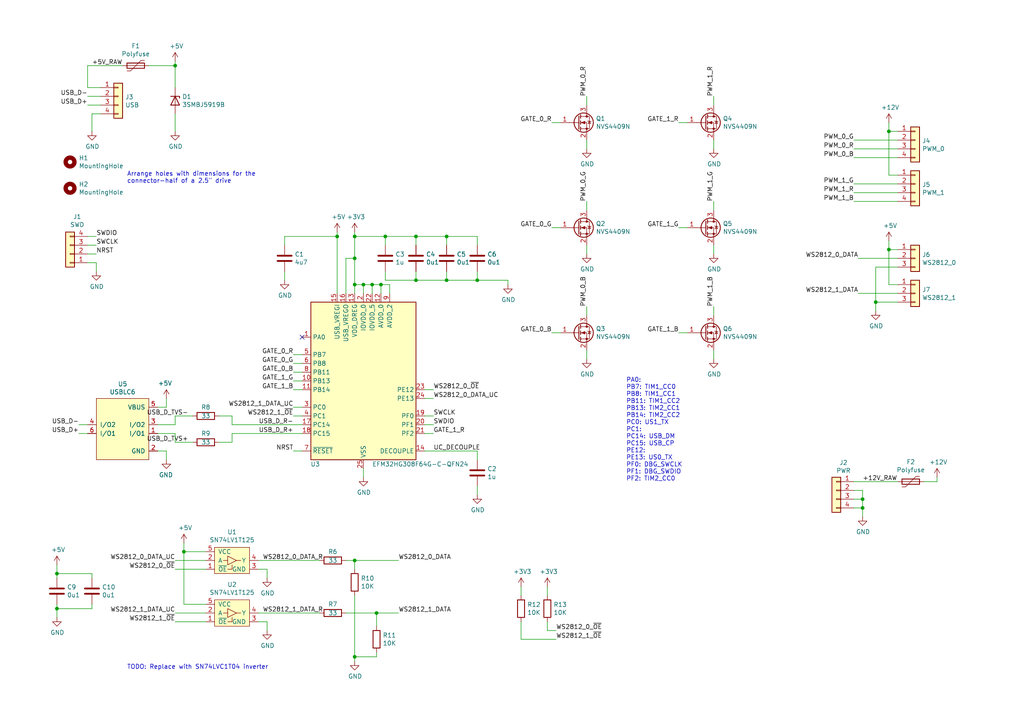
<source format=kicad_sch>
(kicad_sch (version 20211123) (generator eeschema)
  (paper "A4")
  (lib_symbols
    (symbol "Connector_Generic:Conn_01x03" (pin_names (offset 1.016) hide)
      (property "Reference" "J" (at 0 5.08 0))
      (property "Value" "Conn_01x03" (at 0 -5.08 0))
      (symbol "Conn_01x03_1_1"
        (rectangle (start -1.27 -2.413) (end 0 -2.667) (stroke (width 0.1524)))
        (rectangle (start -1.27 0.127) (end 0 -0.127) (stroke (width 0.1524)))
        (rectangle (start -1.27 2.667) (end 0 2.413) (stroke (width 0.1524)))
        (rectangle (start -1.27 3.81) (end 1.27 -3.81) (stroke (width 0.254)) (fill (type background)))
        (pin passive line (at -5.08 2.54 0) (length 3.81) (name "Pin_1") (number "1"))
        (pin passive line (at -5.08 0 0) (length 3.81) (name "Pin_2") (number "2"))
        (pin passive line (at -5.08 -2.54 0) (length 3.81) (name "Pin_3") (number "3"))
      )
    )
    (symbol "Connector_Generic:Conn_01x04" (pin_names (offset 1.016) hide)
      (property "Reference" "J" (at 0 5.08 0))
      (property "Value" "Conn_01x04" (at 0 -7.62 0))
      (symbol "Conn_01x04_1_1"
        (rectangle (start -1.27 -4.953) (end 0 -5.207) (stroke (width 0.1524)))
        (rectangle (start -1.27 -2.413) (end 0 -2.667) (stroke (width 0.1524)))
        (rectangle (start -1.27 0.127) (end 0 -0.127) (stroke (width 0.1524)))
        (rectangle (start -1.27 2.667) (end 0 2.413) (stroke (width 0.1524)))
        (rectangle (start -1.27 3.81) (end 1.27 -6.35) (stroke (width 0.254)) (fill (type background)))
        (pin passive line (at -5.08 2.54 0) (length 3.81) (name "Pin_1") (number "1"))
        (pin passive line (at -5.08 0 0) (length 3.81) (name "Pin_2") (number "2"))
        (pin passive line (at -5.08 -2.54 0) (length 3.81) (name "Pin_3") (number "3"))
        (pin passive line (at -5.08 -5.08 0) (length 3.81) (name "Pin_4") (number "4"))
      )
    )
    (symbol "Device:C" (pin_numbers hide) (pin_names (offset 0.254))
      (property "Reference" "C" (at 0.635 2.54 0))
      (property "Value" "C" (at 0.635 -2.54 0))
      (symbol "C_0_1"
        (polyline (pts (xy -2.032 -0.762) (xy 2.032 -0.762)) (stroke (width 0.508)))
        (polyline (pts (xy -2.032 0.762) (xy 2.032 0.762)) (stroke (width 0.508)))
      )
      (symbol "C_1_1"
        (pin passive line (at 0 3.81 270) (length 2.794) (name "~") (number "1"))
        (pin passive line (at 0 -3.81 90) (length 2.794) (name "~") (number "2"))
      )
    )
    (symbol "Device:D_Zener" (pin_numbers hide) (pin_names (offset 1.016) hide)
      (property "Reference" "D" (at 0 2.54 0))
      (property "Value" "D_Zener" (at 0 -2.54 0))
      (symbol "D_Zener_0_1"
        (polyline (pts (xy 1.27 0) (xy -1.27 0)))
        (polyline (pts (xy -1.27 -1.27) (xy -1.27 1.27) (xy -0.762 1.27)) (stroke (width 0.254)))
        (polyline (pts (xy 1.27 -1.27) (xy 1.27 1.27) (xy -1.27 0) (xy 1.27 -1.27)) (stroke (width 0.254)))
      )
      (symbol "D_Zener_1_1"
        (pin passive line (at -3.81 0 0) (length 2.54) (name "K") (number "1"))
        (pin passive line (at 3.81 0 180) (length 2.54) (name "A") (number "2"))
      )
    )
    (symbol "Device:Polyfuse" (pin_numbers hide) (pin_names (offset 0))
      (property "Reference" "F" (at -2.54 0 90))
      (property "Value" "Polyfuse" (at 2.54 0 90))
      (symbol "Polyfuse_0_1"
        (rectangle (start -0.762 2.54) (end 0.762 -2.54) (stroke (width 0.254)))
        (polyline (pts (xy 0 2.54) (xy 0 -2.54)))
        (polyline (pts (xy -1.524 2.54) (xy -1.524 1.524) (xy 1.524 -1.524) (xy 1.524 -2.54)))
      )
      (symbol "Polyfuse_1_1"
        (pin passive line (at 0 3.81 270) (length 1.27) (name "~") (number "1"))
        (pin passive line (at 0 -3.81 90) (length 1.27) (name "~") (number "2"))
      )
    )
    (symbol "Device:Q_NMOS_GSD" (pin_names (offset 0) hide)
      (property "Reference" "Q" (at 5.08 1.27 0))
      (property "Value" "Q_NMOS_GSD" (at 5.08 -1.27 0))
      (symbol "Q_NMOS_GSD_0_1"
        (polyline (pts (xy 0.254 0) (xy -2.54 0)))
        (polyline (pts (xy 0.254 1.905) (xy 0.254 -1.905)) (stroke (width 0.254)))
        (polyline (pts (xy 0.762 -1.27) (xy 0.762 -2.286)) (stroke (width 0.254)))
        (polyline (pts (xy 0.762 0.508) (xy 0.762 -0.508)) (stroke (width 0.254)))
        (polyline (pts (xy 0.762 2.286) (xy 0.762 1.27)) (stroke (width 0.254)))
        (polyline (pts (xy 2.54 2.54) (xy 2.54 1.778)))
        (polyline (pts (xy 2.54 -2.54) (xy 2.54 0) (xy 0.762 0)))
        (polyline (pts (xy 0.762 -1.778) (xy 3.302 -1.778) (xy 3.302 1.778) (xy 0.762 1.778)))
        (polyline (pts (xy 1.016 0) (xy 2.032 0.381) (xy 2.032 -0.381) (xy 1.016 0)) (fill (type outline)))
        (polyline (pts (xy 2.794 0.508) (xy 2.921 0.381) (xy 3.683 0.381) (xy 3.81 0.254)))
        (polyline (pts (xy 3.302 0.381) (xy 2.921 -0.254) (xy 3.683 -0.254) (xy 3.302 0.381)))
        (circle (center 1.651 0) (radius 2.794) (stroke (width 0.254)))
        (circle (center 2.54 -1.778) (radius 0.254) (fill (type outline)))
        (circle (center 2.54 1.778) (radius 0.254) (fill (type outline)))
      )
      (symbol "Q_NMOS_GSD_1_1"
        (pin input line (at -5.08 0 0) (length 2.54) (name "G") (number "1"))
        (pin passive line (at 2.54 -5.08 90) (length 2.54) (name "S") (number "2"))
        (pin passive line (at 2.54 5.08 270) (length 2.54) (name "D") (number "3"))
      )
    )
    (symbol "Device:R" (pin_numbers hide) (pin_names (offset 0))
      (property "Reference" "R" (at 2.032 0 90))
      (property "Value" "R" (at 0 0 90))
      (symbol "R_0_1"
        (rectangle (start -1.016 -2.54) (end 1.016 2.54) (stroke (width 0.254)))
      )
      (symbol "R_1_1"
        (pin passive line (at 0 3.81 270) (length 1.27) (name "~") (number "1"))
        (pin passive line (at 0 -3.81 90) (length 1.27) (name "~") (number "2"))
      )
    )
    (symbol "MCU_SiliconLabs:EFM32HG308F64G-C-QFN24"
      (property "Reference" "U" (at -12.7 24.13 0))
      (property "Value" "EFM32HG308F64G-C-QFN24" (at 25.4 24.13 0))
      (symbol "EFM32HG308F64G-C-QFN24_0_1"
        (rectangle (start -15.24 22.86) (end 15.24 -22.86) (stroke (width 0.254)) (fill (type background)))
      )
      (symbol "EFM32HG308F64G-C-QFN24_1_1"
        (pin bidirectional line (at -17.78 12.7 0) (length 2.54) (name "PA0") (number "1"))
        (pin bidirectional line (at -17.78 0 0) (length 2.54) (name "PB13") (number "10"))
        (pin bidirectional line (at -17.78 -2.54 0) (length 2.54) (name "PB14") (number "11"))
        (pin power_in line (at 5.08 25.4 270) (length 2.54) (name "AVDD_0") (number "12"))
        (pin power_in line (at -2.54 25.4 270) (length 2.54) (name "VDD_DREG") (number "13"))
        (pin passive line (at 17.78 -20.32 180) (length 2.54) (name "DECOUPLE") (number "14"))
        (pin power_in line (at -7.62 25.4 270) (length 2.54) (name "USB_VREGI") (number "15"))
        (pin power_out line (at -5.08 25.4 270) (length 2.54) (name "USB_VREGO") (number "16"))
        (pin bidirectional line (at -17.78 -12.7 0) (length 2.54) (name "PC14") (number "17"))
        (pin bidirectional line (at -17.78 -15.24 0) (length 2.54) (name "PC15") (number "18"))
        (pin bidirectional line (at 17.78 -10.16 180) (length 2.54) (name "PF0") (number "19"))
        (pin power_in line (at 0 25.4 270) (length 2.54) (name "IOVDD_0") (number "2"))
        (pin bidirectional line (at 17.78 -12.7 180) (length 2.54) (name "PF1") (number "20"))
        (pin bidirectional line (at 17.78 -15.24 180) (length 2.54) (name "PF2") (number "21"))
        (pin power_in line (at 2.54 25.4 270) (length 2.54) (name "IOVDD_5") (number "22"))
        (pin bidirectional line (at 17.78 -2.54 180) (length 2.54) (name "PE12") (number "23"))
        (pin bidirectional line (at 17.78 -5.08 180) (length 2.54) (name "PE13") (number "24"))
        (pin power_in line (at 0 -25.4 90) (length 2.54) (name "VSS") (number "25"))
        (pin bidirectional line (at -17.78 -7.62 0) (length 2.54) (name "PC0") (number "3"))
        (pin bidirectional line (at -17.78 -10.16 0) (length 2.54) (name "PC1") (number "4"))
        (pin bidirectional line (at -17.78 7.62 0) (length 2.54) (name "PB7") (number "5"))
        (pin bidirectional line (at -17.78 5.08 0) (length 2.54) (name "PB8") (number "6"))
        (pin input line (at -17.78 -20.32 0) (length 2.54) (name "~{RESET}") (number "7"))
        (pin bidirectional line (at -17.78 2.54 0) (length 2.54) (name "PB11") (number "8"))
        (pin power_in line (at 7.62 25.4 270) (length 2.54) (name "AVDD_2") (number "9"))
      )
    )
    (symbol "Mechanical:MountingHole" (pin_names (offset 1.016))
      (property "Reference" "H" (at 0 5.08 0))
      (property "Value" "MountingHole" (at 0 3.175 0))
      (symbol "MountingHole_0_1"
        (circle (center 0 0) (radius 1.27) (stroke (width 1.27)))
      )
    )
    (symbol "power:+12V" (power) (pin_names (offset 0))
      (property "Value" "+12V" (at 0 3.556 0))
      (symbol "+12V_0_1"
        (polyline (pts (xy -0.762 1.27) (xy 0 2.54)))
        (polyline (pts (xy 0 0) (xy 0 2.54)))
        (polyline (pts (xy 0 2.54) (xy 0.762 1.27)))
      )
      (symbol "+12V_1_1"
        (pin power_in line (at 0 0 90) (length 0) hide (name "+12V") (number "1"))
      )
    )
    (symbol "power:+3.3V" (power) (pin_names (offset 0))
      (property "Value" "+3.3V" (at 0 3.556 0))
      (symbol "+3.3V_0_1"
        (polyline (pts (xy -0.762 1.27) (xy 0 2.54)))
        (polyline (pts (xy 0 0) (xy 0 2.54)))
        (polyline (pts (xy 0 2.54) (xy 0.762 1.27)))
      )
      (symbol "+3.3V_1_1"
        (pin power_in line (at 0 0 90) (length 0) hide (name "+3V3") (number "1"))
      )
    )
    (symbol "power:+5V" (power) (pin_names (offset 0))
      (property "Value" "+5V" (at 0 3.556 0))
      (symbol "+5V_0_1"
        (polyline (pts (xy -0.762 1.27) (xy 0 2.54)))
        (polyline (pts (xy 0 0) (xy 0 2.54)))
        (polyline (pts (xy 0 2.54) (xy 0.762 1.27)))
      )
      (symbol "+5V_1_1"
        (pin power_in line (at 0 0 90) (length 0) hide (name "+5V") (number "1"))
      )
    )
    (symbol "power:GND" (power) (pin_names (offset 0))
      (property "Value" "GND" (at 0 -3.81 0))
      (symbol "GND_0_1"
        (polyline (pts (xy 0 0) (xy 0 -1.27) (xy 1.27 -1.27) (xy 0 -2.54) (xy -1.27 -1.27) (xy 0 -1.27)))
      )
      (symbol "GND_1_1"
        (pin power_in line (at 0 0 270) (length 0) hide (name "GND") (number "1"))
      )
    )
    (symbol "usb-led-controller:SN74LV1T125" (pin_names (offset 1.016))
      (property "Reference" "U" (at 0 -5.08 0))
      (property "Value" "SN74LV1T125" (at 0 5.08 0))
      (symbol "SN74LV1T125_0_1"
        (rectangle (start -5.08 3.81) (end 5.08 -3.81) (fill (type background)))
        (polyline (pts (xy -2.54 0) (xy -1.27 0)))
        (polyline (pts (xy 1.27 0) (xy 2.54 0)))
        (polyline (pts (xy -1.27 -2.54) (xy 0 -2.54) (xy 0 -1.27)))
        (polyline (pts (xy -1.27 1.27) (xy -1.27 -1.27) (xy 1.27 0) (xy -1.27 1.27)))
      )
      (symbol "SN74LV1T125_1_1"
        (pin input line (at -7.62 -2.54 0) (length 2.54) (name "~{OE}") (number "1"))
        (pin input line (at -7.62 0 0) (length 2.54) (name "A") (number "2"))
        (pin passive line (at 7.62 -2.54 180) (length 2.54) (name "GND") (number "3"))
        (pin output line (at 7.62 0 180) (length 2.54) (name "Y") (number "4"))
        (pin power_in line (at -7.62 2.54 0) (length 2.54) (name "VCC") (number "5"))
      )
    )
    (symbol "usb-led-controller:USBLC6" (pin_names (offset 1.016))
      (property "Reference" "U" (at 0 -10.16 0))
      (property "Value" "USBLC6" (at 0 10.16 0))
      (symbol "USBLC6_0_1"
        (rectangle (start -7.62 8.89) (end 7.62 -8.89) (fill (type background)))
      )
      (symbol "USBLC6_1_1"
        (pin passive line (at -10.16 -1.27 0) (length 2.54) (name "I/O1") (number "1"))
        (pin passive line (at -10.16 -6.35 0) (length 2.54) (name "GND") (number "2"))
        (pin passive line (at -10.16 1.27 0) (length 2.54) (name "I/O2") (number "3"))
        (pin passive line (at 10.16 1.27 180) (length 2.54) (name "I/O2") (number "4"))
        (pin passive line (at -10.16 6.35 0) (length 2.54) (name "VBUS") (number "5"))
        (pin passive line (at 10.16 -1.27 180) (length 2.54) (name "I/O1") (number "6"))
      )
    )
  )
  (junction (at 129.54 68.58))
  (junction (at 102.87 190.5))
  (junction (at 120.65 68.58))
  (junction (at 110.49 82.55))
  (junction (at 254 87.63))
  (junction (at 257.81 72.39))
  (junction (at 129.54 81.28))
  (junction (at 102.87 162.56))
  (junction (at 105.41 82.55))
  (junction (at 102.87 74.93))
  (junction (at 111.76 68.58))
  (junction (at 97.79 68.58))
  (junction (at 53.34 160.02))
  (junction (at 102.87 82.55))
  (junction (at 107.95 82.55))
  (junction (at 50.8 19.05))
  (junction (at 138.43 81.28))
  (junction (at 16.51 176.53))
  (junction (at 102.87 68.58))
  (junction (at 250.19 144.78))
  (junction (at 120.65 81.28))
  (junction (at 257.81 38.1))
  (junction (at 109.22 177.8))
  (junction (at 250.19 147.32))
  (junction (at 16.51 166.37))
  (no_connect (at 87.63 97.79))
  (wire (pts (xy 107.95 82.55) (xy 107.95 85.09)))
  (wire (pts (xy 105.41 82.55) (xy 102.87 82.55)))
  (wire (pts (xy 16.51 166.37) (xy 16.51 167.64)))
  (wire (pts (xy 102.87 68.58) (xy 102.87 74.93)))
  (wire (pts (xy 50.8 165.1) (xy 59.69 165.1)))
  (wire (pts (xy 207.01 27.94) (xy 207.01 30.48)))
  (wire (pts (xy 260.35 87.63) (xy 254 87.63)))
  (wire (pts (xy 27.94 73.66) (xy 25.4 73.66)))
  (wire (pts (xy 138.43 71.12) (xy 138.43 68.58)))
  (wire (pts (xy 113.03 82.55) (xy 110.49 82.55)))
  (wire (pts (xy 207.01 40.64) (xy 207.01 43.18)))
  (wire (pts (xy 207.01 88.9) (xy 207.01 91.44)))
  (wire (pts (xy 250.19 147.32) (xy 250.19 144.78)))
  (wire (pts (xy 247.65 40.64) (xy 260.35 40.64)))
  (wire (pts (xy 50.8 125.73) (xy 45.72 125.73)))
  (wire (pts (xy 138.43 133.35) (xy 138.43 130.81)))
  (wire (pts (xy 248.92 74.93) (xy 260.35 74.93)))
  (wire (pts (xy 27.94 78.74) (xy 27.94 76.2)))
  (wire (pts (xy 138.43 130.81) (xy 123.19 130.81)))
  (wire (pts (xy 26.67 33.02) (xy 29.21 33.02)))
  (wire (pts (xy 16.51 166.37) (xy 26.67 166.37)))
  (wire (pts (xy 271.78 139.7) (xy 271.78 138.43)))
  (wire (pts (xy 50.8 162.56) (xy 59.69 162.56)))
  (wire (pts (xy 50.8 19.05) (xy 50.8 25.4)))
  (wire (pts (xy 25.4 30.48) (xy 29.21 30.48)))
  (wire (pts (xy 120.65 78.74) (xy 120.65 81.28)))
  (wire (pts (xy 129.54 71.12) (xy 129.54 68.58)))
  (wire (pts (xy 16.51 163.83) (xy 16.51 166.37)))
  (wire (pts (xy 53.34 160.02) (xy 59.69 160.02)))
  (wire (pts (xy 67.31 128.27) (xy 63.5 128.27)))
  (wire (pts (xy 196.85 66.04) (xy 199.39 66.04)))
  (wire (pts (xy 105.41 82.55) (xy 107.95 82.55)))
  (wire (pts (xy 111.76 81.28) (xy 111.76 78.74)))
  (wire (pts (xy 110.49 82.55) (xy 107.95 82.55)))
  (wire (pts (xy 170.18 88.9) (xy 170.18 91.44)))
  (wire (pts (xy 27.94 68.58) (xy 25.4 68.58)))
  (wire (pts (xy 248.92 85.09) (xy 260.35 85.09)))
  (wire (pts (xy 67.31 120.65) (xy 67.31 123.19)))
  (wire (pts (xy 74.93 177.8) (xy 92.71 177.8)))
  (wire (pts (xy 102.87 68.58) (xy 111.76 68.58)))
  (wire (pts (xy 25.4 125.73) (xy 22.86 125.73)))
  (wire (pts (xy 247.65 55.88) (xy 260.35 55.88)))
  (wire (pts (xy 50.8 180.34) (xy 59.69 180.34)))
  (wire (pts (xy 129.54 68.58) (xy 138.43 68.58)))
  (wire (pts (xy 26.67 166.37) (xy 26.67 167.64)))
  (wire (pts (xy 125.73 120.65) (xy 123.19 120.65)))
  (wire (pts (xy 97.79 67.31) (xy 97.79 68.58)))
  (wire (pts (xy 110.49 85.09) (xy 110.49 82.55)))
  (wire (pts (xy 102.87 162.56) (xy 100.33 162.56)))
  (wire (pts (xy 109.22 189.23) (xy 109.22 190.5)))
  (wire (pts (xy 250.19 142.24) (xy 247.65 142.24)))
  (wire (pts (xy 260.35 139.7) (xy 247.65 139.7)))
  (wire (pts (xy 196.85 96.52) (xy 199.39 96.52)))
  (wire (pts (xy 250.19 147.32) (xy 250.19 149.86)))
  (wire (pts (xy 87.63 110.49) (xy 85.09 110.49)))
  (wire (pts (xy 55.88 120.65) (xy 50.8 120.65)))
  (wire (pts (xy 196.85 35.56) (xy 199.39 35.56)))
  (wire (pts (xy 260.35 82.55) (xy 257.81 82.55)))
  (wire (pts (xy 97.79 68.58) (xy 97.79 85.09)))
  (wire (pts (xy 45.72 123.19) (xy 50.8 123.19)))
  (wire (pts (xy 257.81 38.1) (xy 260.35 38.1)))
  (wire (pts (xy 257.81 72.39) (xy 257.81 82.55)))
  (wire (pts (xy 115.57 162.56) (xy 102.87 162.56)))
  (wire (pts (xy 247.65 144.78) (xy 250.19 144.78)))
  (wire (pts (xy 109.22 181.61) (xy 109.22 177.8)))
  (wire (pts (xy 82.55 81.28) (xy 82.55 78.74)))
  (wire (pts (xy 123.19 123.19) (xy 125.73 123.19)))
  (wire (pts (xy 207.01 71.12) (xy 207.01 73.66)))
  (wire (pts (xy 105.41 138.43) (xy 105.41 135.89)))
  (wire (pts (xy 82.55 68.58) (xy 82.55 71.12)))
  (wire (pts (xy 16.51 176.53) (xy 26.67 176.53)))
  (wire (pts (xy 207.01 101.6) (xy 207.01 104.14)))
  (wire (pts (xy 50.8 17.78) (xy 50.8 19.05)))
  (wire (pts (xy 257.81 50.8) (xy 257.81 38.1)))
  (wire (pts (xy 26.67 38.1) (xy 26.67 33.02)))
  (wire (pts (xy 151.13 185.42) (xy 151.13 180.34)))
  (wire (pts (xy 247.65 147.32) (xy 250.19 147.32)))
  (wire (pts (xy 102.87 85.09) (xy 102.87 82.55)))
  (wire (pts (xy 87.63 118.11) (xy 85.09 118.11)))
  (wire (pts (xy 170.18 58.42) (xy 170.18 60.96)))
  (wire (pts (xy 257.81 69.85) (xy 257.81 72.39)))
  (wire (pts (xy 160.02 66.04) (xy 162.56 66.04)))
  (wire (pts (xy 50.8 177.8) (xy 59.69 177.8)))
  (wire (pts (xy 170.18 40.64) (xy 170.18 43.18)))
  (wire (pts (xy 67.31 125.73) (xy 67.31 128.27)))
  (wire (pts (xy 161.29 182.88) (xy 158.75 182.88)))
  (wire (pts (xy 257.81 72.39) (xy 260.35 72.39)))
  (wire (pts (xy 250.19 144.78) (xy 250.19 142.24)))
  (wire (pts (xy 77.47 167.64) (xy 77.47 165.1)))
  (wire (pts (xy 260.35 53.34) (xy 247.65 53.34)))
  (wire (pts (xy 77.47 180.34) (xy 74.93 180.34)))
  (wire (pts (xy 129.54 78.74) (xy 129.54 81.28)))
  (wire (pts (xy 111.76 68.58) (xy 120.65 68.58)))
  (wire (pts (xy 254 90.17) (xy 254 87.63)))
  (wire (pts (xy 111.76 68.58) (xy 111.76 71.12)))
  (wire (pts (xy 158.75 182.88) (xy 158.75 180.34)))
  (wire (pts (xy 25.4 25.4) (xy 29.21 25.4)))
  (wire (pts (xy 25.4 27.94) (xy 29.21 27.94)))
  (wire (pts (xy 102.87 165.1) (xy 102.87 162.56)))
  (wire (pts (xy 85.09 102.87) (xy 87.63 102.87)))
  (wire (pts (xy 102.87 190.5) (xy 102.87 172.72)))
  (wire (pts (xy 74.93 162.56) (xy 92.71 162.56)))
  (wire (pts (xy 48.26 130.81) (xy 45.72 130.81)))
  (wire (pts (xy 85.09 113.03) (xy 87.63 113.03)))
  (wire (pts (xy 100.33 85.09) (xy 100.33 74.93)))
  (wire (pts (xy 260.35 43.18) (xy 247.65 43.18)))
  (wire (pts (xy 25.4 71.12) (xy 27.94 71.12)))
  (wire (pts (xy 120.65 71.12) (xy 120.65 68.58)))
  (wire (pts (xy 170.18 71.12) (xy 170.18 73.66)))
  (wire (pts (xy 50.8 33.02) (xy 50.8 38.1)))
  (wire (pts (xy 109.22 177.8) (xy 100.33 177.8)))
  (wire (pts (xy 254 87.63) (xy 254 77.47)))
  (wire (pts (xy 113.03 82.55) (xy 113.03 85.09)))
  (wire (pts (xy 16.51 176.53) (xy 16.51 179.07)))
  (wire (pts (xy 170.18 101.6) (xy 170.18 104.14)))
  (wire (pts (xy 102.87 191.77) (xy 102.87 190.5)))
  (wire (pts (xy 87.63 105.41) (xy 85.09 105.41)))
  (wire (pts (xy 151.13 172.72) (xy 151.13 170.18)))
  (wire (pts (xy 97.79 68.58) (xy 82.55 68.58)))
  (wire (pts (xy 115.57 177.8) (xy 109.22 177.8)))
  (wire (pts (xy 102.87 74.93) (xy 102.87 82.55)))
  (wire (pts (xy 260.35 50.8) (xy 257.81 50.8)))
  (wire (pts (xy 55.88 128.27) (xy 50.8 128.27)))
  (wire (pts (xy 207.01 58.42) (xy 207.01 60.96)))
  (wire (pts (xy 125.73 125.73) (xy 123.19 125.73)))
  (wire (pts (xy 120.65 81.28) (xy 111.76 81.28)))
  (wire (pts (xy 147.32 82.55) (xy 147.32 81.28)))
  (wire (pts (xy 48.26 133.35) (xy 48.26 130.81)))
  (wire (pts (xy 160.02 35.56) (xy 162.56 35.56)))
  (wire (pts (xy 85.09 130.81) (xy 87.63 130.81)))
  (wire (pts (xy 170.18 27.94) (xy 170.18 30.48)))
  (wire (pts (xy 147.32 81.28) (xy 138.43 81.28)))
  (wire (pts (xy 138.43 78.74) (xy 138.43 81.28)))
  (wire (pts (xy 50.8 128.27) (xy 50.8 125.73)))
  (wire (pts (xy 247.65 45.72) (xy 260.35 45.72)))
  (wire (pts (xy 257.81 35.56) (xy 257.81 38.1)))
  (wire (pts (xy 48.26 118.11) (xy 45.72 118.11)))
  (wire (pts (xy 109.22 190.5) (xy 102.87 190.5)))
  (wire (pts (xy 158.75 170.18) (xy 158.75 172.72)))
  (wire (pts (xy 100.33 74.93) (xy 102.87 74.93)))
  (wire (pts (xy 160.02 96.52) (xy 162.56 96.52)))
  (wire (pts (xy 87.63 120.65) (xy 85.09 120.65)))
  (wire (pts (xy 43.18 19.05) (xy 50.8 19.05)))
  (wire (pts (xy 247.65 58.42) (xy 260.35 58.42)))
  (wire (pts (xy 85.09 107.95) (xy 87.63 107.95)))
  (wire (pts (xy 53.34 175.26) (xy 59.69 175.26)))
  (wire (pts (xy 138.43 81.28) (xy 129.54 81.28)))
  (wire (pts (xy 87.63 123.19) (xy 67.31 123.19)))
  (wire (pts (xy 48.26 115.57) (xy 48.26 118.11)))
  (wire (pts (xy 125.73 115.57) (xy 123.19 115.57)))
  (wire (pts (xy 26.67 176.53) (xy 26.67 175.26)))
  (wire (pts (xy 138.43 143.51) (xy 138.43 140.97)))
  (wire (pts (xy 161.29 185.42) (xy 151.13 185.42)))
  (wire (pts (xy 77.47 182.88) (xy 77.47 180.34)))
  (wire (pts (xy 129.54 81.28) (xy 120.65 81.28)))
  (wire (pts (xy 77.47 165.1) (xy 74.93 165.1)))
  (wire (pts (xy 254 77.47) (xy 260.35 77.47)))
  (wire (pts (xy 53.34 157.48) (xy 53.34 160.02)))
  (wire (pts (xy 50.8 123.19) (xy 50.8 120.65)))
  (wire (pts (xy 16.51 175.26) (xy 16.51 176.53)))
  (wire (pts (xy 267.97 139.7) (xy 271.78 139.7)))
  (wire (pts (xy 105.41 82.55) (xy 105.41 85.09)))
  (wire (pts (xy 35.56 19.05) (xy 25.4 19.05)))
  (wire (pts (xy 102.87 67.31) (xy 102.87 68.58)))
  (wire (pts (xy 87.63 125.73) (xy 67.31 125.73)))
  (wire (pts (xy 63.5 120.65) (xy 67.31 120.65)))
  (wire (pts (xy 25.4 123.19) (xy 22.86 123.19)))
  (wire (pts (xy 125.73 113.03) (xy 123.19 113.03)))
  (wire (pts (xy 27.94 76.2) (xy 25.4 76.2)))
  (wire (pts (xy 25.4 19.05) (xy 25.4 25.4)))
  (wire (pts (xy 53.34 160.02) (xy 53.34 175.26)))
  (wire (pts (xy 120.65 68.58) (xy 129.54 68.58)))
  (text "TODO: Replace with SN74LVC1T04 inverter" (at 36.83 194.31 0) (effects (font (size 1.27 1.27)) (justify left bottom)))
  (text "PA0:\nPB7: TIM1_CC0\nPB8: TIM1_CC1\nPB11: TIM1_CC2\nPB13: TIM2_CC1\nPB14: TIM2_CC2\nPC0: US1_TX\nPC1:\nPC14: USB_DM\nPC15: USB_CP\nPE12:\nPE13: US0_TX\nPF0: DBG_SWCLK\nPF1: DBG_SWDIO\nPF2: TIM2_CC0" (at 181.61 139.7 0) (effects (font (size 1.27 1.27)) (justify left bottom)))
  (text "Arrange holes with dimensions for the\nconnector-half of a 2.5\" drive" (at 36.83 53.34 0) (effects (font (size 1.27 1.27)) (justify left bottom)))
  (label "PWM_0_B" (at 247.65 45.72 180))
  (label "SWDIO" (at 27.94 68.58 0))
  (label "WS2812_0_~{OE}" (at 50.8 165.1 180))
  (label "PWM_0_B" (at 170.18 88.9 90))
  (label "PWM_0_R" (at 170.18 27.94 90))
  (label "WS2812_1_DATA" (at 248.92 85.09 180))
  (label "WS2812_1_DATA_UC" (at 85.09 118.11 180))
  (label "GATE_0_G" (at 160.02 66.04 180))
  (label "GATE_0_R" (at 85.09 102.87 180))
  (label "GATE_1_B" (at 196.85 96.52 180))
  (label "GATE_1_G" (at 196.85 66.04 180))
  (label "USB_D_TVS-" (at 54.61 120.65 180))
  (label "SWCLK" (at 27.94 71.12 0))
  (label "USB_D-" (at 22.86 123.19 180))
  (label "PWM_1_G" (at 207.01 58.42 90))
  (label "USB_D_R-" (at 85.09 123.19 180))
  (label "PWM_0_R" (at 247.65 43.18 180))
  (label "SWDIO" (at 125.73 123.19 0))
  (label "WS2812_0_~{OE}" (at 161.29 182.88 0))
  (label "PWM_1_B" (at 207.01 88.9 90))
  (label "PWM_1_B" (at 247.65 58.42 180))
  (label "GATE_1_B" (at 85.09 113.03 180))
  (label "PWM_1_R" (at 247.65 55.88 180))
  (label "GATE_0_R" (at 160.02 35.56 180))
  (label "WS2812_1_~{OE}" (at 85.09 120.65 180))
  (label "WS2812_1_DATA_R" (at 76.2 177.8 0))
  (label "USB_D+" (at 25.4 30.48 180))
  (label "WS2812_0_DATA" (at 115.57 162.56 0))
  (label "GATE_1_R" (at 196.85 35.56 180))
  (label "USB_D-" (at 25.4 27.94 180))
  (label "WS2812_0_~{OE}" (at 125.73 113.03 0))
  (label "PWM_0_G" (at 247.65 40.64 180))
  (label "GATE_1_G" (at 85.09 110.49 180))
  (label "WS2812_1_~{OE}" (at 161.29 185.42 0))
  (label "PWM_1_R" (at 207.01 27.94 90))
  (label "SWCLK" (at 125.73 120.65 0))
  (label "PWM_1_G" (at 247.65 53.34 180))
  (label "+12V_RAW" (at 250.19 139.7 0))
  (label "GATE_0_G" (at 85.09 105.41 180))
  (label "WS2812_1_DATA_UC" (at 50.8 177.8 180))
  (label "GATE_0_B" (at 85.09 107.95 180))
  (label "PWM_0_G" (at 170.18 58.42 90))
  (label "WS2812_0_DATA_UC" (at 125.73 115.57 0))
  (label "USB_D_R+" (at 85.09 125.73 180))
  (label "UC_DECOUPLE" (at 125.73 130.81 0))
  (label "USB_D_TVS+" (at 54.61 128.27 180))
  (label "GATE_1_R" (at 125.73 125.73 0))
  (label "GATE_0_B" (at 160.02 96.52 180))
  (label "NRST" (at 27.94 73.66 0))
  (label "WS2812_1_~{OE}" (at 50.8 180.34 180))
  (label "WS2812_0_DATA_UC" (at 50.8 162.56 180))
  (label "WS2812_1_DATA" (at 115.57 177.8 0))
  (label "USB_D+" (at 22.86 125.73 180))
  (label "WS2812_0_DATA_R" (at 76.2 162.56 0))
  (label "WS2812_0_DATA" (at 248.92 74.93 180))
  (label "NRST" (at 85.09 130.81 180))
  (label "+5V_RAW" (at 26.67 19.05 0))
  (symbol (lib_id "power:GND") (at 26.67 38.1 0) (unit 1)
    (property "Reference" "#PWR0102" (effects hide))
    (property "Value" "GND" (at 26.797 42.4942 0))
  )
  (symbol (lib_id "Connector_Generic:Conn_01x04") (at 20.32 73.66 180) (unit 1)
    (property "Reference" "J1" (at 22.4028 62.865 0))
    (property "Value" "SWD" (at 22.4028 65.1764 0))
    (property "Footprint" "usb-led-controller:JST-SH-4" (effects hide))
    (property "Part Number" "455-1790-1-ND" (effects hide))
  )
  (symbol (lib_id "usb-led-controller:USBLC6") (at 35.56 124.46 0) (mirror y) (unit 1)
    (property "Reference" "U5" (at 35.56 111.379 0))
    (property "Value" "USBLC6" (at 35.56 113.6904 0))
    (property "Footprint" "Package_TO_SOT_SMD:SOT-666" (effects hide))
    (property "Part Number" "497-5026-2-ND" (effects hide))
  )
  (symbol (lib_id "power:GND") (at 27.94 78.74 0) (unit 1)
    (property "Reference" "#PWR0104" (effects hide))
    (property "Value" "GND" (at 28.067 83.1342 0))
  )
  (symbol (lib_id "power:GND") (at 48.26 133.35 0) (mirror y) (unit 1)
    (property "Reference" "#PWR0106" (effects hide))
    (property "Value" "GND" (at 48.133 137.7442 0))
  )
  (symbol (lib_id "power:+5V") (at 48.26 115.57 0) (mirror y) (unit 1)
    (property "Reference" "#PWR0107" (effects hide))
    (property "Value" "+5V" (at 47.879 111.1758 0))
  )
  (symbol (lib_id "power:GND") (at 105.41 138.43 0) (unit 1)
    (property "Reference" "#PWR0105" (effects hide))
    (property "Value" "GND" (at 105.537 142.8242 0))
  )
  (symbol (lib_id "Device:R") (at 59.69 120.65 90) (mirror x) (unit 1)
    (property "Reference" "R8" (at 59.69 118.11 90))
    (property "Value" "33" (at 59.69 120.65 90))
    (property "Footprint" "Resistor_SMD:R_0402_1005Metric" (effects hide))
    (property "Part Number" "CR0402-JW-330GLFTR-ND" (effects hide))
  )
  (symbol (lib_id "Device:R") (at 59.69 128.27 90) (mirror x) (unit 1)
    (property "Reference" "R9" (at 59.69 125.73 90))
    (property "Value" "33" (at 59.69 128.27 90))
    (property "Footprint" "Resistor_SMD:R_0402_1005Metric" (effects hide))
    (property "Part Number" "CR0402-JW-330GLFTR-ND" (effects hide))
  )
  (symbol (lib_id "power:+5V") (at 50.8 17.78 0) (unit 1)
    (property "Reference" "#PWR0108" (effects hide))
    (property "Value" "+5V" (at 51.181 13.3858 0))
  )
  (symbol (lib_id "Device:C") (at 82.55 74.93 0) (unit 1)
    (property "Reference" "C1" (at 85.471 73.7616 0) (effects (justify left)))
    (property "Value" "4u7" (at 85.471 76.073 0) (effects (justify left)))
    (property "Footprint" "Capacitor_SMD:C_0603_1608Metric" (effects hide))
    (property "Part Number" "1276-1044-2-ND" (effects hide))
  )
  (symbol (lib_id "power:GND") (at 50.8 38.1 0) (unit 1)
    (property "Reference" "#PWR0109" (effects hide))
    (property "Value" "GND" (at 50.927 42.4942 0))
  )
  (symbol (lib_id "power:+3.3V") (at 102.87 67.31 0) (unit 1)
    (property "Reference" "#PWR0112" (effects hide))
    (property "Value" "+3.3V" (at 103.251 62.9158 0))
  )
  (symbol (lib_id "Device:C") (at 111.76 74.93 0) (unit 1)
    (property "Reference" "C3" (at 114.681 73.7616 0) (effects (justify left)))
    (property "Value" "1u" (at 114.681 76.073 0) (effects (justify left)))
    (property "Footprint" "Capacitor_SMD:C_0603_1608Metric" (effects hide))
    (property "Part Number" "1276-1102-2-ND" (effects hide))
  )
  (symbol (lib_id "power:GND") (at 147.32 82.55 0) (unit 1)
    (property "Reference" "#PWR0113" (effects hide))
    (property "Value" "GND" (at 147.447 86.9442 0))
  )
  (symbol (lib_id "Device:C") (at 120.65 74.93 0) (unit 1)
    (property "Reference" "C4" (at 123.571 73.7616 0) (effects (justify left)))
    (property "Value" "0u1" (at 123.571 76.073 0) (effects (justify left)))
    (property "Footprint" "Capacitor_SMD:C_0402_1005Metric" (effects hide))
    (property "Part Number" "1276-1043-2-ND" (effects hide))
  )
  (symbol (lib_id "Device:C") (at 129.54 74.93 0) (unit 1)
    (property "Reference" "C5" (at 132.461 73.7616 0) (effects (justify left)))
    (property "Value" "0u1" (at 132.461 76.073 0) (effects (justify left)))
    (property "Footprint" "Capacitor_SMD:C_0402_1005Metric" (effects hide))
    (property "Part Number" "1276-1043-2-ND" (effects hide))
  )
  (symbol (lib_id "Device:C") (at 138.43 74.93 0) (unit 1)
    (property "Reference" "C6" (at 141.351 73.7616 0) (effects (justify left)))
    (property "Value" "0u1" (at 141.351 76.073 0) (effects (justify left)))
    (property "Footprint" "Capacitor_SMD:C_0402_1005Metric" (effects hide))
    (property "Part Number" "1276-1043-2-ND" (effects hide))
  )
  (symbol (lib_id "Device:R") (at 151.13 176.53 0) (unit 1)
    (property "Reference" "R12" (at 152.908 175.3616 0) (effects (justify left)))
    (property "Value" "10K" (at 152.908 177.673 0) (effects (justify left)))
    (property "Footprint" "Resistor_SMD:R_0402_1005Metric" (effects hide))
    (property "Part Number" "CR0402-JW-103GLFTR-ND" (effects hide))
  )
  (symbol (lib_id "Device:R") (at 158.75 176.53 0) (unit 1)
    (property "Reference" "R13" (at 160.528 175.3616 0) (effects (justify left)))
    (property "Value" "10K" (at 160.528 177.673 0) (effects (justify left)))
    (property "Footprint" "Resistor_SMD:R_0402_1005Metric" (effects hide))
    (property "Part Number" "CR0402-JW-103GLFTR-ND" (effects hide))
  )
  (symbol (lib_id "power:+3.3V") (at 151.13 170.18 0) (unit 1)
    (property "Reference" "#PWR02" (effects hide))
    (property "Value" "+3.3V" (at 151.511 165.7858 0))
  )
  (symbol (lib_id "power:+3.3V") (at 158.75 170.18 0) (unit 1)
    (property "Reference" "#PWR03" (effects hide))
    (property "Value" "+3.3V" (at 159.131 165.7858 0))
  )
  (symbol (lib_id "power:+5V") (at 53.34 157.48 0) (unit 1)
    (property "Reference" "#PWR0127" (effects hide))
    (property "Value" "+5V" (at 53.721 153.0858 0))
  )
  (symbol (lib_id "power:GND") (at 77.47 182.88 0) (unit 1)
    (property "Reference" "#PWR0128" (effects hide))
    (property "Value" "GND" (at 77.597 187.2742 0))
  )
  (symbol (lib_id "Connector_Generic:Conn_01x04") (at 242.57 142.24 0) (mirror y) (unit 1)
    (property "Reference" "J2" (at 244.6528 134.1882 0))
    (property "Value" "PWR" (at 244.6528 136.4996 0))
    (property "Footprint" "usb-led-controller:M20-88904" (effects hide))
    (property "Part Number" "952-3233-ND" (effects hide))
  )
  (symbol (lib_id "Device:C") (at 16.51 171.45 0) (unit 1)
    (property "Reference" "C9" (at 19.431 170.2816 0) (effects (justify left)))
    (property "Value" "0u1" (at 19.431 172.593 0) (effects (justify left)))
    (property "Footprint" "Capacitor_SMD:C_0402_1005Metric" (effects hide))
    (property "Part Number" "1276-1043-2-ND" (effects hide))
  )
  (symbol (lib_id "Device:C") (at 26.67 171.45 0) (unit 1)
    (property "Reference" "C10" (at 29.591 170.2816 0) (effects (justify left)))
    (property "Value" "0u1" (at 29.591 172.593 0) (effects (justify left)))
    (property "Footprint" "Capacitor_SMD:C_0402_1005Metric" (effects hide))
    (property "Part Number" "1276-1043-2-ND" (effects hide))
  )
  (symbol (lib_id "power:GND") (at 250.19 149.86 0) (unit 1)
    (property "Reference" "#PWR0116" (effects hide))
    (property "Value" "GND" (at 250.317 154.2542 0))
  )
  (symbol (lib_id "power:+12V") (at 271.78 138.43 0) (unit 1)
    (property "Reference" "#PWR0117" (effects hide))
    (property "Value" "+12V" (at 272.161 134.0358 0))
  )
  (symbol (lib_id "Connector_Generic:Conn_01x04") (at 265.43 40.64 0) (unit 1)
    (property "Reference" "J4" (at 267.462 40.8432 0) (effects (justify left)))
    (property "Value" "PWM_0" (at 267.462 43.1546 0) (effects (justify left)))
    (property "Footprint" "usb-led-controller:M20-88904" (effects hide))
    (property "Part Number" "952-3233-ND" (effects hide))
  )
  (symbol (lib_id "Connector_Generic:Conn_01x03") (at 265.43 74.93 0) (unit 1)
    (property "Reference" "J6" (at 267.462 73.8632 0) (effects (justify left)))
    (property "Value" "WS2812_0" (at 267.462 76.1746 0) (effects (justify left)))
    (property "Footprint" "usb-led-controller:M20-88903" (effects hide))
    (property "Part Number" "952-3232-ND" (effects hide))
  )
  (symbol (lib_id "Connector_Generic:Conn_01x04") (at 265.43 53.34 0) (unit 1)
    (property "Reference" "J5" (at 267.462 53.5432 0) (effects (justify left)))
    (property "Value" "PWM_1" (at 267.462 55.8546 0) (effects (justify left)))
    (property "Footprint" "usb-led-controller:M20-88904" (effects hide))
    (property "Part Number" "952-3233-ND" (effects hide))
  )
  (symbol (lib_id "Connector_Generic:Conn_01x03") (at 265.43 85.09 0) (unit 1)
    (property "Reference" "J7" (at 267.462 84.0232 0) (effects (justify left)))
    (property "Value" "WS2812_1" (at 267.462 86.3346 0) (effects (justify left)))
    (property "Footprint" "usb-led-controller:M20-88903" (effects hide))
    (property "Part Number" "952-3232-ND" (effects hide))
  )
  (symbol (lib_id "power:+12V") (at 257.81 35.56 0) (unit 1)
    (property "Reference" "#PWR0118" (effects hide))
    (property "Value" "+12V" (at 258.191 31.1658 0))
  )
  (symbol (lib_id "power:+5V") (at 257.81 69.85 0) (unit 1)
    (property "Reference" "#PWR0119" (effects hide))
    (property "Value" "+5V" (at 258.191 65.4558 0))
  )
  (symbol (lib_id "power:+5V") (at 16.51 163.83 0) (unit 1)
    (property "Reference" "#PWR0131" (effects hide))
    (property "Value" "+5V" (at 16.891 159.4358 0))
  )
  (symbol (lib_id "power:GND") (at 254 90.17 0) (unit 1)
    (property "Reference" "#PWR0120" (effects hide))
    (property "Value" "GND" (at 254.127 94.5642 0))
  )
  (symbol (lib_id "power:GND") (at 16.51 179.07 0) (unit 1)
    (property "Reference" "#PWR0132" (effects hide))
    (property "Value" "GND" (at 16.637 183.4642 0))
  )
  (symbol (lib_id "Device:Q_NMOS_GSD") (at 167.64 35.56 0) (unit 1)
    (property "Reference" "Q1" (at 172.8216 34.3916 0) (effects (justify left)))
    (property "Value" "NVS4409N" (at 172.8216 36.703 0) (effects (justify left)))
    (property "Footprint" "Package_TO_SOT_SMD:SOT-323_SC-70" (effects hide))
    (property "Part Number" "NVS4409NT1GOSCT-ND" (effects hide))
  )
  (symbol (lib_id "power:GND") (at 170.18 43.18 0) (unit 1)
    (property "Reference" "#PWR0121" (effects hide))
    (property "Value" "GND" (at 170.307 47.5742 0))
  )
  (symbol (lib_id "Device:R") (at 109.22 185.42 0) (unit 1)
    (property "Reference" "R11" (at 110.998 184.2516 0) (effects (justify left)))
    (property "Value" "10K" (at 110.998 186.563 0) (effects (justify left)))
    (property "Footprint" "Resistor_SMD:R_0402_1005Metric" (effects hide))
    (property "Part Number" "CR0402-JW-103GLFTR-ND" (effects hide))
  )
  (symbol (lib_id "Device:R") (at 102.87 168.91 0) (unit 1)
    (property "Reference" "R10" (at 104.648 167.7416 0) (effects (justify left)))
    (property "Value" "10K" (at 104.648 170.053 0) (effects (justify left)))
    (property "Footprint" "Resistor_SMD:R_0402_1005Metric" (effects hide))
    (property "Part Number" "CR0402-JW-103GLFTR-ND" (effects hide))
  )
  (symbol (lib_id "power:GND") (at 102.87 191.77 0) (unit 1)
    (property "Reference" "#PWR01" (effects hide))
    (property "Value" "GND" (at 102.997 196.1642 0))
  )
  (symbol (lib_id "Device:Q_NMOS_GSD") (at 167.64 66.04 0) (unit 1)
    (property "Reference" "Q2" (at 172.8216 64.8716 0) (effects (justify left)))
    (property "Value" "NVS4409N" (at 172.8216 67.183 0) (effects (justify left)))
    (property "Footprint" "Package_TO_SOT_SMD:SOT-323_SC-70" (effects hide))
    (property "Part Number" "NVS4409NT1GOSCT-ND" (effects hide))
  )
  (symbol (lib_id "power:GND") (at 170.18 73.66 0) (unit 1)
    (property "Reference" "#PWR0122" (effects hide))
    (property "Value" "GND" (at 170.307 78.0542 0))
  )
  (symbol (lib_id "Connector_Generic:Conn_01x04") (at 34.29 27.94 0) (unit 1)
    (property "Reference" "J3" (at 36.322 28.1432 0) (effects (justify left)))
    (property "Value" "USB" (at 36.322 30.4546 0) (effects (justify left)))
    (property "Footprint" "usb-led-controller:M20-88904" (effects hide))
    (property "Part Number" "952-3233-ND" (effects hide))
  )
  (symbol (lib_id "Device:Q_NMOS_GSD") (at 167.64 96.52 0) (unit 1)
    (property "Reference" "Q3" (at 172.8216 95.3516 0) (effects (justify left)))
    (property "Value" "NVS4409N" (at 172.8216 97.663 0) (effects (justify left)))
    (property "Footprint" "Package_TO_SOT_SMD:SOT-323_SC-70" (effects hide))
    (property "Part Number" "NVS4409NT1GOSCT-ND" (effects hide))
  )
  (symbol (lib_id "power:GND") (at 170.18 104.14 0) (unit 1)
    (property "Reference" "#PWR0123" (effects hide))
    (property "Value" "GND" (at 170.307 108.5342 0))
  )
  (symbol (lib_id "usb-led-controller:SN74LV1T125") (at 67.31 162.56 0) (unit 1)
    (property "Reference" "U1" (at 67.31 154.305 0))
    (property "Value" "SN74LV1T125" (at 67.31 156.6164 0))
    (property "Footprint" "Package_TO_SOT_SMD:SOT-353_SC-70-5" (effects hide))
    (property "Part Number" "296-37173-2-ND" (effects hide))
  )
  (symbol (lib_id "usb-led-controller:SN74LV1T125") (at 67.31 177.8 0) (unit 1)
    (property "Reference" "U2" (at 67.31 169.545 0))
    (property "Value" "SN74LV1T125" (at 67.31 171.8564 0))
    (property "Footprint" "Package_TO_SOT_SMD:SOT-353_SC-70-5" (effects hide))
    (property "Part Number" "296-37173-2-ND" (effects hide))
  )
  (symbol (lib_id "Device:Q_NMOS_GSD") (at 204.47 35.56 0) (unit 1)
    (property "Reference" "Q4" (at 209.6516 34.3916 0) (effects (justify left)))
    (property "Value" "NVS4409N" (at 209.6516 36.703 0) (effects (justify left)))
    (property "Footprint" "Package_TO_SOT_SMD:SOT-323_SC-70" (effects hide))
    (property "Part Number" "NVS4409NT1GOSCT-ND" (effects hide))
  )
  (symbol (lib_id "power:GND") (at 207.01 43.18 0) (unit 1)
    (property "Reference" "#PWR0124" (effects hide))
    (property "Value" "GND" (at 207.137 47.5742 0))
  )
  (symbol (lib_id "Device:Q_NMOS_GSD") (at 204.47 66.04 0) (unit 1)
    (property "Reference" "Q5" (at 209.6516 64.8716 0) (effects (justify left)))
    (property "Value" "NVS4409N" (at 209.6516 67.183 0) (effects (justify left)))
    (property "Footprint" "Package_TO_SOT_SMD:SOT-323_SC-70" (effects hide))
    (property "Part Number" "NVS4409NT1GOSCT-ND" (effects hide))
  )
  (symbol (lib_id "power:GND") (at 207.01 73.66 0) (unit 1)
    (property "Reference" "#PWR0125" (effects hide))
    (property "Value" "GND" (at 207.137 78.0542 0))
  )
  (symbol (lib_id "Device:Q_NMOS_GSD") (at 204.47 96.52 0) (unit 1)
    (property "Reference" "Q6" (at 209.6516 95.3516 0) (effects (justify left)))
    (property "Value" "NVS4409N" (at 209.6516 97.663 0) (effects (justify left)))
    (property "Footprint" "Package_TO_SOT_SMD:SOT-323_SC-70" (effects hide))
    (property "Part Number" "NVS4409NT1GOSCT-ND" (effects hide))
  )
  (symbol (lib_id "power:GND") (at 207.01 104.14 0) (unit 1)
    (property "Reference" "#PWR0126" (effects hide))
    (property "Value" "GND" (at 207.137 108.5342 0))
  )
  (symbol (lib_id "Device:D_Zener") (at 50.8 29.21 270) (unit 1)
    (property "Reference" "D1" (at 52.832 28.0416 90) (effects (justify left)))
    (property "Value" "3SMBJ5919B" (at 52.832 30.353 90) (effects (justify left)))
    (property "Footprint" "Diode_SMD:D_SMB" (effects hide))
    (property "Part Number" "3SMBJ5919B-TPMSTR-ND" (effects hide))
  )
  (symbol (lib_id "Device:R") (at 96.52 162.56 270) (unit 1)
    (property "Reference" "R6" (at 96.52 160.02 90))
    (property "Value" "33" (at 96.52 162.56 90))
    (property "Footprint" "Resistor_SMD:R_0402_1005Metric" (effects hide))
    (property "Part Number" "CR0402-JW-330GLFTR-ND" (effects hide))
  )
  (symbol (lib_id "Device:R") (at 96.52 177.8 270) (unit 1)
    (property "Reference" "R7" (at 96.52 175.26 90))
    (property "Value" "33" (at 96.52 177.8 90))
    (property "Footprint" "Resistor_SMD:R_0402_1005Metric" (effects hide))
    (property "Part Number" "CR0402-JW-330GLFTR-ND" (effects hide))
  )
  (symbol (lib_id "Mechanical:MountingHole") (at 20.32 46.99 0) (unit 1)
    (property "Reference" "H1" (at 22.86 45.8216 0) (effects (justify left)))
    (property "Value" "MountingHole" (at 22.86 48.133 0) (effects (justify left)))
    (property "Footprint" "MountingHole:MountingHole_3.2mm_M3" (effects hide))
  )
  (symbol (lib_id "Mechanical:MountingHole") (at 20.32 54.61 0) (unit 1)
    (property "Reference" "H2" (at 22.86 53.4416 0) (effects (justify left)))
    (property "Value" "MountingHole" (at 22.86 55.753 0) (effects (justify left)))
    (property "Footprint" "MountingHole:MountingHole_3.2mm_M3" (effects hide))
  )
  (symbol (lib_id "power:GND") (at 77.47 167.64 0) (unit 1)
    (property "Reference" "#PWR0101" (effects hide))
    (property "Value" "GND" (at 77.597 172.0342 0))
  )
  (symbol (lib_id "Device:Polyfuse") (at 39.37 19.05 270) (unit 1)
    (property "Reference" "F1" (at 39.37 13.335 90))
    (property "Value" "Polyfuse" (at 39.37 15.6464 90))
    (property "Footprint" "Resistor_SMD:R_1812_4532Metric" (effects hide))
    (property "Part Number" "507-1762-2-ND" (effects hide))
  )
  (symbol (lib_id "Device:Polyfuse") (at 264.16 139.7 270) (unit 1)
    (property "Reference" "F2" (at 264.16 133.985 90))
    (property "Value" "Polyfuse" (at 264.16 136.2964 90))
    (property "Footprint" "Resistor_SMD:R_1812_4532Metric" (effects hide))
    (property "Part Number" "507-1762-2-ND" (effects hide))
  )
  (symbol (lib_id "MCU_SiliconLabs:EFM32HG308F64G-C-QFN24") (at 105.41 110.49 0) (unit 1)
    (property "Reference" "U3" (at 91.44 134.62 0))
    (property "Value" "EFM32HG308F64G-C-QFN24" (at 121.92 134.62 0))
    (property "Footprint" "Package_DFN_QFN:QFN-24-1EP_5x5mm_P0.65mm_EP3.6x3.6mm_ThermalVias" (effects hide))
    (property "Datasheet" "https://www.silabs.com/documents/public/data-sheets/efm32hg-datasheet.pdf" (effects hide))
  )
  (symbol (lib_id "power:+5V") (at 97.79 67.31 0) (unit 1)
    (property "Reference" "#PWR05" (effects hide))
    (property "Value" "+5V" (at 98.171 62.9158 0))
  )
  (symbol (lib_id "Device:C") (at 138.43 137.16 0) (unit 1)
    (property "Reference" "C2" (at 141.351 135.9916 0) (effects (justify left)))
    (property "Value" "1u" (at 141.351 138.303 0) (effects (justify left)))
    (property "Footprint" "Capacitor_SMD:C_0603_1608Metric" (effects hide))
    (property "Part Number" "1276-1102-2-ND" (effects hide))
  )
  (symbol (lib_id "power:GND") (at 138.43 143.51 0) (unit 1)
    (property "Reference" "#PWR06" (effects hide))
    (property "Value" "GND" (at 138.557 147.9042 0))
  )
  (symbol (lib_id "power:GND") (at 82.55 81.28 0) (unit 1)
    (property "Reference" "#PWR04" (effects hide))
    (property "Value" "GND" (at 82.677 85.6742 0))
  )
)
</source>
